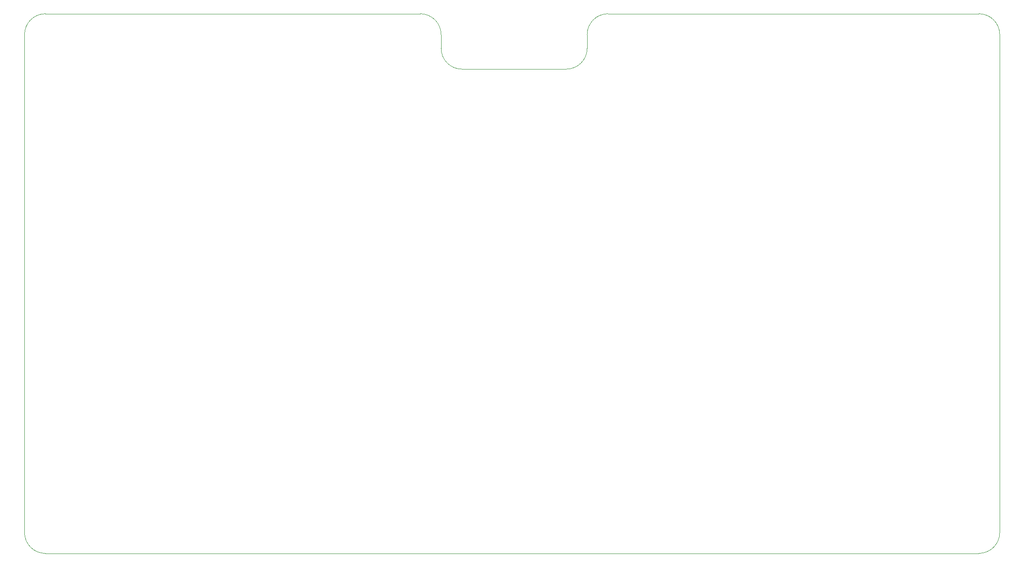
<source format=gbr>
%TF.GenerationSoftware,KiCad,Pcbnew,(6.0.0)*%
%TF.CreationDate,2022-02-10T18:09:30+01:00*%
%TF.ProjectId,ESP32IoTPlatform,45535033-3249-46f5-9450-6c6174666f72,rev?*%
%TF.SameCoordinates,Original*%
%TF.FileFunction,Profile,NP*%
%FSLAX46Y46*%
G04 Gerber Fmt 4.6, Leading zero omitted, Abs format (unit mm)*
G04 Created by KiCad (PCBNEW (6.0.0)) date 2022-02-10 18:09:30*
%MOMM*%
%LPD*%
G01*
G04 APERTURE LIST*
%TA.AperFunction,Profile*%
%ADD10C,0.050000*%
%TD*%
G04 APERTURE END LIST*
D10*
X148419999Y-59134999D02*
G75*
G03*
X152483999Y-55070999I0J4064000D01*
G01*
X128099999Y-59134999D02*
X148419999Y-59134999D01*
X46946999Y-48339999D02*
X119971999Y-48339999D01*
X152483999Y-52403999D02*
X152483999Y-55070999D01*
X124035999Y-52403999D02*
X124035999Y-55070999D01*
X42882999Y-149431999D02*
G75*
G03*
X46946999Y-153495999I4064000J0D01*
G01*
X232851317Y-52403999D02*
G75*
G03*
X228787317Y-48339999I-4064000J0D01*
G01*
X232851317Y-149431999D02*
X232851317Y-52403999D01*
X228787317Y-153495999D02*
G75*
G03*
X232851317Y-149431999I0J4064000D01*
G01*
X124035999Y-55070999D02*
G75*
G03*
X128099999Y-59134999I4064000J0D01*
G01*
X228787317Y-153495999D02*
X46946999Y-153495999D01*
X46946999Y-48339999D02*
G75*
G03*
X42882999Y-52403999I0J-4064000D01*
G01*
X42882999Y-149431999D02*
X42882999Y-52403999D01*
X156547999Y-48339999D02*
X228787317Y-48339999D01*
X124035999Y-52403999D02*
G75*
G03*
X119971999Y-48339999I-4064000J0D01*
G01*
X156547999Y-48339999D02*
G75*
G03*
X152483999Y-52403999I0J-4064000D01*
G01*
M02*

</source>
